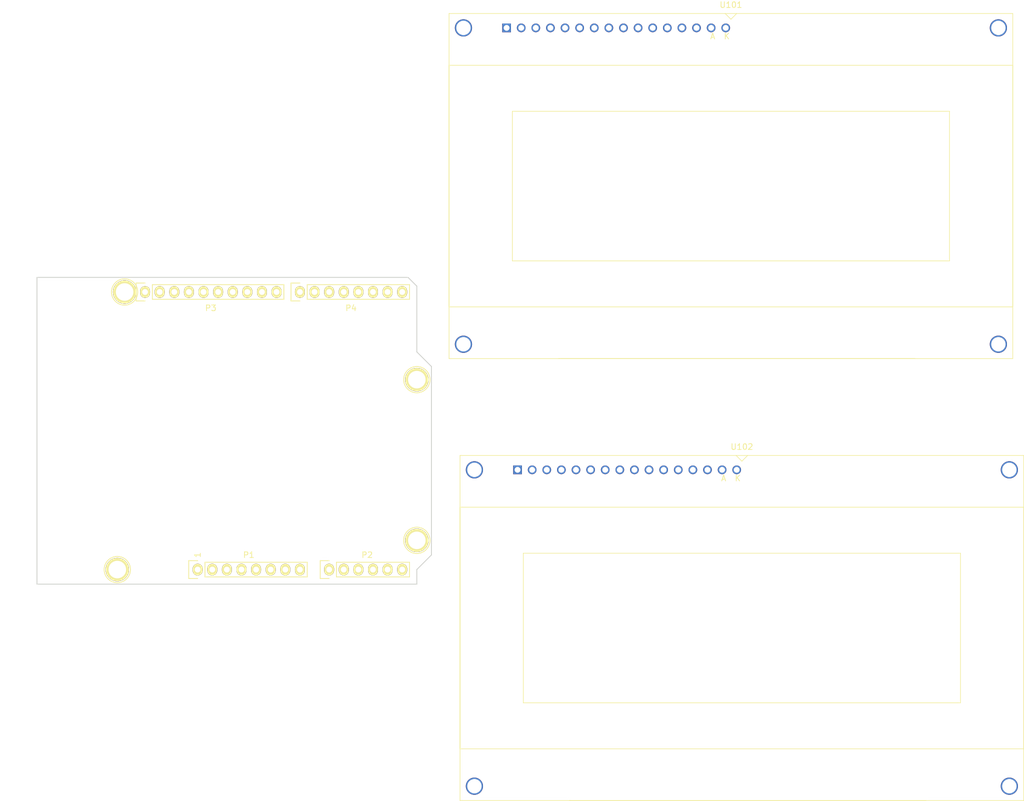
<source format=kicad_pcb>
(kicad_pcb (version 20211014) (generator pcbnew)
  (title_block (date "lun. 30 mars 2015"))
  (layers (0 "F.Cu" signal) (31 "B.Cu" signal) (34 "B.Paste" user) (35 "F.Paste" user) (36 "B.SilkS" user "B.Silkscreen") (37 "F.SilkS" user "F.Silkscreen") (38 "B.Mask" user) (39 "F.Mask" user) (44 "Edge.Cuts" user))
  (net 0 "")
  (net 1 "/IOREF")
  (net 2 "/Reset")
  (net 3 "+5V")
  (net 4 "GND")
  (net 5 "/Vin")
  (net 6 "/A0")
  (net 7 "/A1")
  (net 8 "/A2")
  (net 9 "/A3")
  (net 10 "/AREF")
  (net 11 "/A4(SDA)")
  (net 12 "/A5(SCL)")
  (net 13 "/9(**)")
  (net 14 "/8")
  (net 15 "/7")
  (net 16 "/6(**)")
  (net 17 "/5(**)")
  (net 18 "/4")
  (net 19 "/3(**)")
  (net 20 "/2")
  (net 21 "/1(Tx)")
  (net 22 "/0(Rx)")
  (net 24 "/11(**{slash}MOSI)")
  (net 25 "/10(**{slash}SS)")
  (net 27 "/13(SCK)")
  (net 30 "+3V3")
  (net 31 "/12(MISO)")
  (footprint "Socket_Arduino_Uno:Socket_Strip_Arduino_1x08" (layer "F.Cu") (at 138.938 123.825)
    (fp_text reference "P1" (at 8.89 -2.54) (layer "F.SilkS"))
    (fp_text value "Power")
    (fp_line (start 19.05 1.27) (end 19.05 -1.27) (layer "F.SilkS") (width 0.15))
    (fp_line (start 1.27 1.27) (end 19.05 1.27) (layer "F.SilkS") (width 0.15))
    (fp_line (start 19.05 -1.27) (end 1.27 -1.27) (layer "F.SilkS") (width 0.15))
    (fp_line (start 0 -1.55) (end -1.55 -1.55) (layer "F.SilkS") (width 0.15))
    (fp_line (start -1.55 -1.55) (end -1.55 1.55) (layer "F.SilkS") (width 0.15))
    (fp_line (start -1.55 1.55) (end 0 1.55) (layer "F.SilkS") (width 0.15))
    (fp_line (start 1.27 1.27) (end 1.27 -1.27) (layer "F.SilkS") (width 0.15))
    (pad "1" thru_hole oval locked (at 0 0) (size 1.7272 2.032) (drill 1.016) (layers *.Cu *.Mask "F.SilkS"))
    (pad "2" thru_hole oval locked (at 2.54 0) (size 1.7272 2.032) (drill 1.016) (layers *.Cu *.Mask "F.SilkS") (net 1 "/IOREF"))
    (pad "3" thru_hole oval locked (at 5.08 0) (size 1.7272 2.032) (drill 1.016) (layers *.Cu *.Mask "F.SilkS") (net 2 "/Reset"))
    (pad "4" thru_hole oval locked (at 7.62 0) (size 1.7272 2.032) (drill 1.016) (layers *.Cu *.Mask "F.SilkS") (net 30 "+3V3"))
    (pad "5" thru_hole oval locked (at 10.16 0) (size 1.7272 2.032) (drill 1.016) (layers *.Cu *.Mask "F.SilkS") (net 3 "+5V"))
    (pad "6" thru_hole oval locked (at 12.7 0) (size 1.7272 2.032) (drill 1.016) (layers *.Cu *.Mask "F.SilkS") (net 4 "GND"))
    (pad "7" thru_hole oval locked (at 15.24 0) (size 1.7272 2.032) (drill 1.016) (layers *.Cu *.Mask "F.SilkS") (net 4 "GND"))
    (pad "8" thru_hole oval locked (at 17.78 0) (size 1.7272 2.032) (drill 1.016) (layers *.Cu *.Mask "F.SilkS") (net 5 "/Vin"))
  )
  (footprint "Socket_Arduino_Uno:Socket_Strip_Arduino_1x06" (layer "F.Cu") (at 161.798 123.825)
    (fp_text reference "P2" (at 6.604 -2.54) (layer "F.SilkS"))
    (fp_text value "Analog")
    (fp_line (start 1.27 1.27) (end 1.27 -1.27) (layer "F.SilkS") (width 0.15))
    (fp_line (start 0 -1.55) (end -1.55 -1.55) (layer "F.SilkS") (width 0.15))
    (fp_line (start 13.97 -1.27) (end 1.27 -1.27) (layer "F.SilkS") (width 0.15))
    (fp_line (start 1.27 1.27) (end 13.97 1.27) (layer "F.SilkS") (width 0.15))
    (fp_line (start 13.97 1.27) (end 13.97 -1.27) (layer "F.SilkS") (width 0.15))
    (fp_line (start -1.55 -1.55) (end -1.55 1.55) (layer "F.SilkS") (width 0.15))
    (fp_line (start -1.55 1.55) (end 0 1.55) (layer "F.SilkS") (width 0.15))
    (pad "1" thru_hole oval locked (at 0 0) (size 1.7272 2.032) (drill 1.016) (layers *.Cu *.Mask "F.SilkS") (net 6 "/A0"))
    (pad "2" thru_hole oval locked (at 2.54 0) (size 1.7272 2.032) (drill 1.016) (layers *.Cu *.Mask "F.SilkS") (net 7 "/A1"))
    (pad "3" thru_hole oval locked (at 5.08 0) (size 1.7272 2.032) (drill 1.016) (layers *.Cu *.Mask "F.SilkS") (net 8 "/A2"))
    (pad "4" thru_hole oval locked (at 7.62 0) (size 1.7272 2.032) (drill 1.016) (layers *.Cu *.Mask "F.SilkS") (net 9 "/A3"))
    (pad "5" thru_hole oval locked (at 10.16 0) (size 1.7272 2.032) (drill 1.016) (layers *.Cu *.Mask "F.SilkS") (net 11 "/A4(SDA)"))
    (pad "6" thru_hole oval locked (at 12.7 0) (size 1.7272 2.032) (drill 1.016) (layers *.Cu *.Mask "F.SilkS") (net 12 "/A5(SCL)"))
  )
  (footprint "Socket_Arduino_Uno:Socket_Strip_Arduino_1x10" (layer "F.Cu") (at 129.794 75.565)
    (fp_text reference "P3" (at 11.43 2.794) (layer "F.SilkS"))
    (fp_text value "Digital")
    (fp_line (start -1.55 -1.55) (end -1.55 1.55) (layer "F.SilkS") (width 0.15))
    (fp_line (start 1.27 1.27) (end 24.13 1.27) (layer "F.SilkS") (width 0.15))
    (fp_line (start 24.13 1.27) (end 24.13 -1.27) (layer "F.SilkS") (width 0.15))
    (fp_line (start 24.13 -1.27) (end 1.27 -1.27) (layer "F.SilkS") (width 0.15))
    (fp_line (start 0 -1.55) (end -1.55 -1.55) (layer "F.SilkS") (width 0.15))
    (fp_line (start -1.55 1.55) (end 0 1.55) (layer "F.SilkS") (width 0.15))
    (fp_line (start 1.27 1.27) (end 1.27 -1.27) (layer "F.SilkS") (width 0.15))
    (pad "1" thru_hole oval locked (at 0 0) (size 1.7272 2.032) (drill 1.016) (layers *.Cu *.Mask "F.SilkS") (net 12 "/A5(SCL)"))
    (pad "2" thru_hole oval locked (at 2.54 0) (size 1.7272 2.032) (drill 1.016) (layers *.Cu *.Mask "F.SilkS") (net 11 "/A4(SDA)"))
    (pad "3" thru_hole oval locked (at 5.08 0) (size 1.7272 2.032) (drill 1.016) (layers *.Cu *.Mask "F.SilkS") (net 10 "/AREF"))
    (pad "4" thru_hole oval locked (at 7.62 0) (size 1.7272 2.032) (drill 1.016) (layers *.Cu *.Mask "F.SilkS") (net 4 "GND"))
    (pad "5" thru_hole oval locked (at 10.16 0) (size 1.7272 2.032) (drill 1.016) (layers *.Cu *.Mask "F.SilkS") (net 27 "/13(SCK)"))
    (pad "6" thru_hole oval locked (at 12.7 0) (size 1.7272 2.032) (drill 1.016) (layers *.Cu *.Mask "F.SilkS") (net 31 "/12(MISO)"))
    (pad "7" thru_hole oval locked (at 15.24 0) (size 1.7272 2.032) (drill 1.016) (layers *.Cu *.Mask "F.SilkS") (net 24 "/11(**{slash}MOSI)"))
    (pad "8" thru_hole oval locked (at 17.78 0) (size 1.7272 2.032) (drill 1.016) (layers *.Cu *.Mask "F.SilkS") (net 25 "/10(**{slash}SS)"))
    (pad "9" thru_hole oval locked (at 20.32 0) (size 1.7272 2.032) (drill 1.016) (layers *.Cu *.Mask "F.SilkS") (net 13 "/9(**)"))
    (pad "10" thru_hole oval locked (at 22.86 0) (size 1.7272 2.032) (drill 1.016) (layers *.Cu *.Mask "F.SilkS") (net 14 "/8"))
  )
  (footprint "Socket_Arduino_Uno:Socket_Strip_Arduino_1x08" (layer "F.Cu") (at 156.718 75.565)
    (fp_text reference "P4" (at 8.89 2.794) (layer "F.SilkS"))
    (fp_text value "Digital")
    (fp_line (start 19.05 -1.27) (end 1.27 -1.27) (layer "F.SilkS") (width 0.15))
    (fp_line (start -1.55 1.55) (end 0 1.55) (layer "F.SilkS") (width 0.15))
    (fp_line (start 1.27 1.27) (end 19.05 1.27) (layer "F.SilkS") (width 0.15))
    (fp_line (start 1.27 1.27) (end 1.27 -1.27) (layer "F.SilkS") (width 0.15))
    (fp_line (start 0 -1.55) (end -1.55 -1.55) (layer "F.SilkS") (width 0.15))
    (fp_line (start 19.05 1.27) (end 19.05 -1.27) (layer "F.SilkS") (width 0.15))
    (fp_line (start -1.55 -1.55) (end -1.55 1.55) (layer "F.SilkS") (width 0.15))
    (pad "1" thru_hole oval locked (at 0 0) (size 1.7272 2.032) (drill 1.016) (layers *.Cu *.Mask "F.SilkS") (net 15 "/7"))
    (pad "2" thru_hole oval locked (at 2.54 0) (size 1.7272 2.032) (drill 1.016) (layers *.Cu *.Mask "F.SilkS") (net 16 "/6(**)"))
    (pad "3" thru_hole oval locked (at 5.08 0) (size 1.7272 2.032) (drill 1.016) (layers *.Cu *.Mask "F.SilkS") (net 17 "/5(**)"))
    (pad "4" thru_hole oval locked (at 7.62 0) (size 1.7272 2.032) (drill 1.016) (layers *.Cu *.Mask "F.SilkS") (net 18 "/4"))
    (pad "5" thru_hole oval locked (at 10.16 0) (size 1.7272 2.032) (drill 1.016) (layers *.Cu *.Mask "F.SilkS") (net 19 "/3(**)"))
    (pad "6" thru_hole oval locked (at 12.7 0) (size 1.7272 2.032) (drill 1.016) (layers *.Cu *.Mask "F.SilkS") (net 20 "/2"))
    (pad "7" thru_hole oval locked (at 15.24 0) (size 1.7272 2.032) (drill 1.016) (layers *.Cu *.Mask "F.SilkS") (net 21 "/1(Tx)"))
    (pad "8" thru_hole oval locked (at 17.78 0) (size 1.7272 2.032) (drill 1.016) (layers *.Cu *.Mask "F.SilkS") (net 22 "/0(Rx)"))
  )
  (footprint "Socket_Arduino_Uno:Arduino_1pin" (layer "F.Cu") (at 124.968 123.825)
    (fp_text reference "P5" hide)
    (fp_text value "CONN_01X01" hide)
    (fp_circle (center 0 0) (end 0 -2.286) (layer "F.SilkS") (width 0.15) (fill none))
    (pad "1" thru_hole circle locked (at 0 0) (size 4.064 4.064) (drill 3.048) (layers *.Cu *.Mask "F.SilkS"))
  )
  (footprint "Socket_Arduino_Uno:Arduino_1pin" (layer "F.Cu") (at 177.038 118.745)
    (fp_text reference "P6" hide)
    (fp_text value "CONN_01X01" hide)
    (fp_circle (center 0 0) (end 0 -2.286) (layer "F.SilkS") (width 0.15) (fill none))
    (pad "1" thru_hole circle locked (at 0 0) (size 4.064 4.064) (drill 3.048) (layers *.Cu *.Mask "F.SilkS"))
  )
  (footprint "Socket_Arduino_Uno:Arduino_1pin" (layer "F.Cu") (at 126.238 75.565)
    (fp_text reference "P7" hide)
    (fp_text value "CONN_01X01" hide)
    (fp_circle (center 0 0) (end 0 -2.286) (layer "F.SilkS") (width 0.15) (fill none))
    (pad "1" thru_hole circle locked (at 0 0) (size 4.064 4.064) (drill 3.048) (layers *.Cu *.Mask "F.SilkS"))
  )
  (footprint "Socket_Arduino_Uno:Arduino_1pin" (layer "F.Cu") (at 177.038 90.805)
    (fp_text reference "P8" hide)
    (fp_text value "CONN_01X01" hide)
    (fp_circle (center 0 0) (end 0 -2.286) (layer "F.SilkS") (width 0.15) (fill none))
    (pad "1" thru_hole circle locked (at 0 0) (size 4.064 4.064) (drill 3.048) (layers *.Cu *.Mask "F.SilkS"))
  )
  (footprint "GPAD:LCD_2004A" (layer "F.Cu") (at 231.648 57.15)
    (fp_text reference "U101" (at 0 -31.5 180) (layer "F.SilkS"))
    (fp_text value "LCD_20x4_Character-GPAD_SCH_LIB")
    (fp_text user "A  K" (at -1.905 -26.035) (layer "F.SilkS"))
    (fp_line (start -49 30) (end 49 30) (layer "F.SilkS") (width 0.12))
    (fp_line (start 49 30) (end 49 -30) (layer "F.SilkS") (width 0.12))
    (fp_line (start 49 -21) (end -49 -21) (layer "F.SilkS") (width 0.12))
    (fp_line (start 38 13) (end 38 -13) (layer "F.SilkS") (width 0.12))
    (fp_line (start -49 -30) (end -49 30) (layer "F.SilkS") (width 0.12))
    (fp_line (start 38 -13) (end -38 -13) (layer "F.SilkS") (width 0.12))
    (fp_line (start -1 -29.999991) (end 0 -28.999993) (layer "F.SilkS") (width 0.12))
    (fp_line (start -38 13) (end 38 13) (layer "F.SilkS") (width 0.12))
    (fp_line (start 49 21) (end 49 -21) (layer "F.SilkS") (width 0.12))
    (fp_line (start 49 -30) (end -49 -30) (layer "F.SilkS") (width 0.12))
    (fp_line (start -49 -21) (end -49 21) (layer "F.SilkS") (width 0.12))
    (fp_line (start -38 -13) (end -38 13) (layer "F.SilkS") (width 0.12))
    (fp_line (start -49 21) (end 49 21) (layer "F.SilkS") (width 0.12))
    (fp_line (start 32 30) (end -30 30) (layer "F.SilkS") (width 0.12))
    (fp_line (start 0 -28.999993) (end 1 -29.999991) (layer "F.SilkS") (width 0.12))
    (pad "" np_thru_hole circle (at -46.5 27.5) (size 3 3) (drill 2.5) (layers *.Cu *.Mask))
    (pad "" np_thru_hole circle (at 46.5 27.5) (size 3 3) (drill 2.5) (layers *.Cu *.Mask))
    (pad "" np_thru_hole circle (at -46.5 -27.5) (size 3 3) (drill 2.5) (layers *.Cu *.Mask))
    (pad "" np_thru_hole circle (at 46.5 -27.5) (size 3 3) (drill 2.5) (layers *.Cu *.Mask))
    (pad "1" thru_hole rect (at -39 -27.5 180) (size 1.524 1.524) (drill 1.016) (layers *.Cu *.Mask))
    (pad "2" thru_hole circle (at -36.46 -27.5 180) (size 1.524 1.524) (drill 1.016) (layers *.Cu *.Mask))
    (pad "3" thru_hole circle (at -33.92 -27.5 180) (size 1.524 1.524) (drill 1.016) (layers *.Cu *.Mask))
    (pad "4" thru_hole circle (at -31.38 -27.5 180) (size 1.524 1.524) (drill 1.016) (layers *.Cu *.Mask))
    (pad "5" thru_hole circle (at -28.84 -27.5 180) (size 1.524 1.524) (drill 1.016) (layers *.Cu *.Mask))
    (pad "6" thru_hole circle (at -26.3 -27.5 180) (size 1.524 1.524) (drill 1.016) (layers *.Cu *.Mask))
    (pad "7" thru_hole circle (at -23.76 -27.5 180) (size 1.524 1.524) (drill 1.016) (layers *.Cu *.Mask))
    (pad "8" thru_hole circle (at -21.22 -27.5 180) (size 1.524 1.524) (drill 1.016) (layers *.Cu *.Mask))
    (pad "9" thru_hole circle (at -18.68 -27.5 180) (size 1.524 1.524) (drill 1.016) (layers *.Cu *.Mask))
    (pad "10" thru_hole circle (at -16.14 -27.5 180) (size 1.524 1.524) (drill 1.016) (layers *.Cu *.Mask))
    (pad "11" thru_hole circle (at -13.6 -27.5 180) (size 1.524 1.524) (drill 1.016) (layers *.Cu *.Mask))
    (pad "12" thru_hole circle (at -11.06 -27.5 180) (size 1.524 1.524) (drill 1.016) (layers *.Cu *.Mask))
    (pad "13" thru_hole circle (at -8.52 -27.5 180) (size 1.524 1.524) (drill 1.016) (layers *.Cu *.Mask))
    (pad "14" thru_hole circle (at -5.98 -27.5 180) (size 1.524 1.524) (drill 1.016) (layers *.Cu *.Mask))
    (pad "15" thru_hole circle (at -3.44 -27.5 180) (size 1.524 1.524) (drill 1.016) (layers *.Cu *.Mask))
    (pad "16" thru_hole circle (at -0.9 -27.5 180) (size 1.524 1.524) (drill 1.016) (layers *.Cu *.Mask))
  )
  (footprint "GPAD:LCD_2004A" (layer "F.Cu") (at 233.553 133.985)
    (fp_text reference "U102" (at 0 -31.5 180) (layer "F.SilkS"))
    (fp_text value "LCD_20x4_Character-GPAD_SCH_LIB")
    (fp_text user "A  K" (at -1.905 -26.035) (layer "F.SilkS"))
    (fp_line (start 38 13) (end 38 -13) (layer "F.SilkS") (width 0.12))
    (fp_line (start -49 -21) (end -49 21) (layer "F.SilkS") (width 0.12))
    (fp_line (start -1 -29.999991) (end 0 -28.999993) (layer "F.SilkS") (width 0.12))
    (fp_line (start -38 13) (end 38 13) (layer "F.SilkS") (width 0.12))
    (fp_line (start 32 30) (end -30 30) (layer "F.SilkS") (width 0.12))
    (fp_line (start 38 -13) (end -38 -13) (layer "F.SilkS") (width 0.12))
    (fp_line (start 49 -30) (end -49 -30) (layer "F.SilkS") (width 0.12))
    (fp_line (start -49 21) (end 49 21) (layer "F.SilkS") (width 0.12))
    (fp_line (start 49 21) (end 49 -21) (layer "F.SilkS") (width 0.12))
    (fp_line (start 0 -28.999993) (end 1 -29.999991) (layer "F.SilkS") (width 0.12))
    (fp_line (start 49 -21) (end -49 -21) (layer "F.SilkS") (width 0.12))
    (fp_line (start 49 30) (end 49 -30) (layer "F.SilkS") (width 0.12))
    (fp_line (start -38 -13) (end -38 13) (layer "F.SilkS") (width 0.12))
    (fp_line (start -49 30) (end 49 30) (layer "F.SilkS") (width 0.12))
    (fp_line (start -49 -30) (end -49 30) (layer "F.SilkS") (width 0.12))
    (pad "" np_thru_hole circle (at 46.5 27.5) (size 3 3) (drill 2.5) (layers *.Cu *.Mask))
    (pad "" np_thru_hole circle (at -46.5 27.5) (size 3 3) (drill 2.5) (layers *.Cu *.Mask))
    (pad "" np_thru_hole circle (at -46.5 -27.5) (size 3 3) (drill 2.5) (layers *.Cu *.Mask))
    (pad "" np_thru_hole circle (at 46.5 -27.5) (size 3 3) (drill 2.5) (layers *.Cu *.Mask))
    (pad "1" thru_hole rect (at -39 -27.5 180) (size 1.524 1.524) (drill 1.016) (layers *.Cu *.Mask))
    (pad "2" thru_hole circle (at -36.46 -27.5 180) (size 1.524 1.524) (drill 1.016) (layers *.Cu *.Mask))
    (pad "3" thru_hole circle (at -33.92 -27.5 180) (size 1.524 1.524) (drill 1.016) (layers *.Cu *.Mask))
    (pad "4" thru_hole circle (at -31.38 -27.5 180) (size 1.524 1.524) (drill 1.016) (layers *.Cu *.Mask))
    (pad "5" thru_hole circle (at -28.84 -27.5 180) (size 1.524 1.524) (drill 1.016) (layers *.Cu *.Mask))
    (pad "6" thru_hole circle (at -26.3 -27.5 180) (size 1.524 1.524) (drill 1.016) (layers *.Cu *.Mask))
    (pad "7" thru_hole circle (at -23.76 -27.5 180) (size 1.524 1.524) (drill 1.016) (layers *.Cu *.Mask))
    (pad "8" thru_hole circle (at -21.22 -27.5 180) (size 1.524 1.524) (drill 1.016) (layers *.Cu *.Mask))
    (pad "9" thru_hole circle (at -18.68 -27.5 180) (size 1.524 1.524) (drill 1.016) (layers *.Cu *.Mask))
    (pad "10" thru_hole circle (at -16.14 -27.5 180) (size 1.524 1.524) (drill 1.016) (layers *.Cu *.Mask))
    (pad "11" thru_hole circle (at -13.6 -27.5 180) (size 1.524 1.524) (drill 1.016) (layers *.Cu *.Mask))
    (pad "12" thru_hole circle (at -11.06 -27.5 180) (size 1.524 1.524) (drill 1.016) (layers *.Cu *.Mask))
    (pad "13" thru_hole circle (at -8.52 -27.5 180) (size 1.524 1.524) (drill 1.016) (layers *.Cu *.Mask))
    (pad "14" thru_hole circle (at -5.98 -27.5 180) (size 1.524 1.524) (drill 1.016) (layers *.Cu *.Mask))
    (pad "15" thru_hole circle (at -3.44 -27.5 180) (size 1.524 1.524) (drill 1.016) (layers *.Cu *.Mask))
    (pad "16" thru_hole circle (at -0.9 -27.5 180) (size 1.524 1.524) (drill 1.016) (layers *.Cu *.Mask))
  )
  (gr_line (start 179.578 88.519) (end 177.038 85.979) (layer "Edge.Cuts") (width 0.15))
  (gr_line (start 177.038 126.365) (end 177.038 123.825) (layer "Edge.Cuts") (width 0.15))
  (gr_line (start 177.038 74.549) (end 175.514 73.025) (layer "Edge.Cuts") (width 0.15))
  (gr_line (start 177.038 123.825) (end 179.578 121.285) (layer "Edge.Cuts") (width 0.15))
  (gr_line (start 110.998 73.025) (end 110.998 126.365) (layer "Edge.Cuts") (width 0.15))
  (gr_line (start 179.578 121.285) (end 179.578 88.519) (layer "Edge.Cuts") (width 0.15))
  (gr_line (start 110.998 126.365) (end 177.038 126.365) (layer "Edge.Cuts") (width 0.15))
  (gr_line (start 175.514 73.025) (end 110.998 73.025) (layer "Edge.Cuts") (width 0.15))
  (gr_line (start 177.038 85.979) (end 177.038 74.549) (layer "Edge.Cuts") (width 0.15))
  (gr_text "1" (at 138.938 121.285 90) (layer "F.SilkS") (effects (font (size 1 1))))
)
</source>
